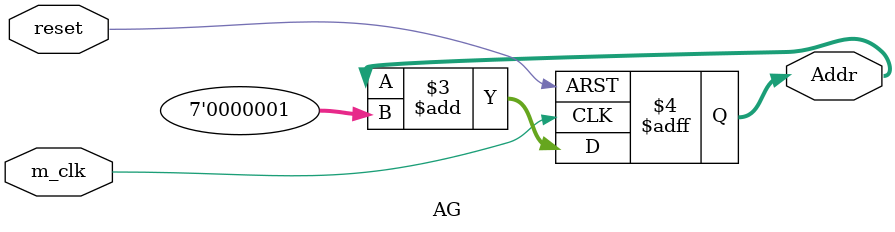
<source format=v>
module AG(reset,m_clk,Addr);
input reset,m_clk;
output [6:0]Addr;
reg [6:0]Addr;
always@(posedge m_clk or negedge reset)
begin
	if(reset==1'b0) 
	Addr <=7'd0;
	else 
	Addr <=Addr+7'd1;		
end
endmodule

</source>
